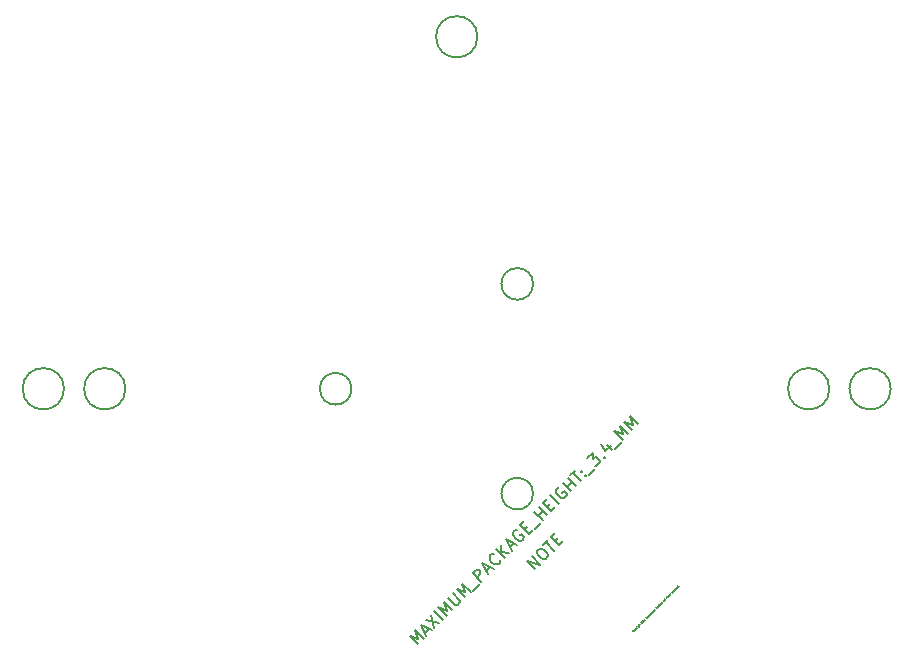
<source format=gbr>
%TF.GenerationSoftware,KiCad,Pcbnew,7.0.10*%
%TF.CreationDate,2024-01-23T14:11:02+00:00*%
%TF.ProjectId,view_base,76696577-5f62-4617-9365-2e6b69636164,rev?*%
%TF.SameCoordinates,Original*%
%TF.FileFunction,Other,Comment*%
%FSLAX46Y46*%
G04 Gerber Fmt 4.6, Leading zero omitted, Abs format (unit mm)*
G04 Created by KiCad (PCBNEW 7.0.10) date 2024-01-23 14:11:02*
%MOMM*%
%LPD*%
G01*
G04 APERTURE LIST*
%ADD10C,0.150000*%
%ADD11C,0.002000*%
G04 APERTURE END LIST*
D10*
X96725795Y-121639744D02*
X96018689Y-120932637D01*
X96018689Y-120932637D02*
X96759467Y-121202011D01*
X96759467Y-121202011D02*
X96490093Y-120461232D01*
X96490093Y-120461232D02*
X97197200Y-121168339D01*
X97298215Y-120663263D02*
X97634933Y-120326546D01*
X97432902Y-120932637D02*
X96961498Y-119989828D01*
X96961498Y-119989828D02*
X97904307Y-120461233D01*
X97365559Y-119585767D02*
X98544070Y-119821469D01*
X97836963Y-119114362D02*
X98072666Y-120292874D01*
X98813444Y-119552095D02*
X98106337Y-118844988D01*
X99150161Y-119215378D02*
X98443055Y-118508271D01*
X98443055Y-118508271D02*
X99183833Y-118777645D01*
X99183833Y-118777645D02*
X98914459Y-118036867D01*
X98914459Y-118036867D02*
X99621566Y-118743973D01*
X99251176Y-117700149D02*
X99823596Y-118272569D01*
X99823596Y-118272569D02*
X99924611Y-118306241D01*
X99924611Y-118306241D02*
X99991955Y-118306241D01*
X99991955Y-118306241D02*
X100092970Y-118272569D01*
X100092970Y-118272569D02*
X100227657Y-118137882D01*
X100227657Y-118137882D02*
X100261329Y-118036867D01*
X100261329Y-118036867D02*
X100261329Y-117969523D01*
X100261329Y-117969523D02*
X100227657Y-117868508D01*
X100227657Y-117868508D02*
X99655237Y-117296088D01*
X100699062Y-117666478D02*
X99991955Y-116959371D01*
X99991955Y-116959371D02*
X100732733Y-117228745D01*
X100732733Y-117228745D02*
X100463359Y-116487966D01*
X100463359Y-116487966D02*
X101170466Y-117195073D01*
X101406168Y-117094058D02*
X101944916Y-116555310D01*
X102045932Y-116319607D02*
X101338825Y-115612501D01*
X101338825Y-115612501D02*
X101608199Y-115343127D01*
X101608199Y-115343127D02*
X101709214Y-115309455D01*
X101709214Y-115309455D02*
X101776558Y-115309455D01*
X101776558Y-115309455D02*
X101877573Y-115343127D01*
X101877573Y-115343127D02*
X101978588Y-115444142D01*
X101978588Y-115444142D02*
X102012260Y-115545157D01*
X102012260Y-115545157D02*
X102012260Y-115612501D01*
X102012260Y-115612501D02*
X101978588Y-115713516D01*
X101978588Y-115713516D02*
X101709214Y-115982890D01*
X102517336Y-115444142D02*
X102854054Y-115107424D01*
X102652023Y-115713516D02*
X102180619Y-114770707D01*
X102180619Y-114770707D02*
X103123428Y-115242111D01*
X103695848Y-114535004D02*
X103695848Y-114602348D01*
X103695848Y-114602348D02*
X103628504Y-114737035D01*
X103628504Y-114737035D02*
X103561161Y-114804378D01*
X103561161Y-114804378D02*
X103426474Y-114871722D01*
X103426474Y-114871722D02*
X103291787Y-114871722D01*
X103291787Y-114871722D02*
X103190772Y-114838050D01*
X103190772Y-114838050D02*
X103022413Y-114737035D01*
X103022413Y-114737035D02*
X102921397Y-114636020D01*
X102921397Y-114636020D02*
X102820382Y-114467661D01*
X102820382Y-114467661D02*
X102786710Y-114366646D01*
X102786710Y-114366646D02*
X102786710Y-114231959D01*
X102786710Y-114231959D02*
X102854054Y-114097272D01*
X102854054Y-114097272D02*
X102921397Y-114029928D01*
X102921397Y-114029928D02*
X103056084Y-113962585D01*
X103056084Y-113962585D02*
X103123428Y-113962585D01*
X104066237Y-114299302D02*
X103359130Y-113592195D01*
X104470298Y-113895241D02*
X103763191Y-113794226D01*
X103763191Y-113188134D02*
X103763191Y-113996256D01*
X104537642Y-113423837D02*
X104874359Y-113087119D01*
X104672329Y-113693211D02*
X104200924Y-112750402D01*
X104200924Y-112750402D02*
X105143733Y-113221806D01*
X105076390Y-111942280D02*
X104975374Y-111975951D01*
X104975374Y-111975951D02*
X104874359Y-112076967D01*
X104874359Y-112076967D02*
X104807016Y-112211654D01*
X104807016Y-112211654D02*
X104807016Y-112346341D01*
X104807016Y-112346341D02*
X104840687Y-112447356D01*
X104840687Y-112447356D02*
X104941703Y-112615715D01*
X104941703Y-112615715D02*
X105042718Y-112716730D01*
X105042718Y-112716730D02*
X105211077Y-112817745D01*
X105211077Y-112817745D02*
X105312092Y-112851417D01*
X105312092Y-112851417D02*
X105446779Y-112851417D01*
X105446779Y-112851417D02*
X105581466Y-112784073D01*
X105581466Y-112784073D02*
X105648809Y-112716730D01*
X105648809Y-112716730D02*
X105716153Y-112582043D01*
X105716153Y-112582043D02*
X105716153Y-112514699D01*
X105716153Y-112514699D02*
X105480451Y-112278997D01*
X105480451Y-112278997D02*
X105345764Y-112413684D01*
X105716153Y-111908608D02*
X105951855Y-111672906D01*
X106423260Y-111942280D02*
X106086542Y-112278997D01*
X106086542Y-112278997D02*
X105379435Y-111571890D01*
X105379435Y-111571890D02*
X105716153Y-111235173D01*
X106625290Y-111874936D02*
X107164038Y-111336188D01*
X107265054Y-111100485D02*
X106557947Y-110393379D01*
X106894665Y-110730096D02*
X107298726Y-110326035D01*
X107669115Y-110696424D02*
X106962008Y-109989318D01*
X107635443Y-109989318D02*
X107871145Y-109753615D01*
X108342550Y-110022989D02*
X108005832Y-110359707D01*
X108005832Y-110359707D02*
X107298725Y-109652600D01*
X107298725Y-109652600D02*
X107635443Y-109315883D01*
X108645596Y-109719944D02*
X107938489Y-109012837D01*
X108679267Y-108339402D02*
X108578252Y-108373074D01*
X108578252Y-108373074D02*
X108477237Y-108474089D01*
X108477237Y-108474089D02*
X108409893Y-108608776D01*
X108409893Y-108608776D02*
X108409893Y-108743463D01*
X108409893Y-108743463D02*
X108443565Y-108844478D01*
X108443565Y-108844478D02*
X108544580Y-109012837D01*
X108544580Y-109012837D02*
X108645595Y-109113852D01*
X108645595Y-109113852D02*
X108813954Y-109214868D01*
X108813954Y-109214868D02*
X108914969Y-109248539D01*
X108914969Y-109248539D02*
X109049656Y-109248539D01*
X109049656Y-109248539D02*
X109184343Y-109181196D01*
X109184343Y-109181196D02*
X109251687Y-109113852D01*
X109251687Y-109113852D02*
X109319030Y-108979165D01*
X109319030Y-108979165D02*
X109319030Y-108911822D01*
X109319030Y-108911822D02*
X109083328Y-108676120D01*
X109083328Y-108676120D02*
X108948641Y-108810807D01*
X109689420Y-108676120D02*
X108982313Y-107969013D01*
X109319030Y-108305730D02*
X109723091Y-107901669D01*
X110093481Y-108272059D02*
X109386374Y-107564952D01*
X109622076Y-107329250D02*
X110026137Y-106925189D01*
X110531213Y-107834326D02*
X109824107Y-107127219D01*
X110901603Y-107329249D02*
X110968946Y-107329249D01*
X110968946Y-107329249D02*
X110968946Y-107396593D01*
X110968946Y-107396593D02*
X110901603Y-107396593D01*
X110901603Y-107396593D02*
X110901603Y-107329249D01*
X110901603Y-107329249D02*
X110968946Y-107396593D01*
X110531213Y-106958860D02*
X110598557Y-106958860D01*
X110598557Y-106958860D02*
X110598557Y-107026204D01*
X110598557Y-107026204D02*
X110531213Y-107026204D01*
X110531213Y-107026204D02*
X110531213Y-106958860D01*
X110531213Y-106958860D02*
X110598557Y-107026204D01*
X111204648Y-107295578D02*
X111743396Y-106756830D01*
X111069961Y-105881364D02*
X111507694Y-105443632D01*
X111507694Y-105443632D02*
X111541366Y-105948708D01*
X111541366Y-105948708D02*
X111642381Y-105847693D01*
X111642381Y-105847693D02*
X111743396Y-105814021D01*
X111743396Y-105814021D02*
X111810740Y-105814021D01*
X111810740Y-105814021D02*
X111911755Y-105847693D01*
X111911755Y-105847693D02*
X112080114Y-106016051D01*
X112080114Y-106016051D02*
X112113786Y-106117067D01*
X112113786Y-106117067D02*
X112113786Y-106184410D01*
X112113786Y-106184410D02*
X112080114Y-106285425D01*
X112080114Y-106285425D02*
X111878083Y-106487456D01*
X111878083Y-106487456D02*
X111777068Y-106521128D01*
X111777068Y-106521128D02*
X111709725Y-106521128D01*
X112450503Y-105780349D02*
X112517847Y-105780349D01*
X112517847Y-105780349D02*
X112517847Y-105847693D01*
X112517847Y-105847693D02*
X112450503Y-105847693D01*
X112450503Y-105847693D02*
X112450503Y-105780349D01*
X112450503Y-105780349D02*
X112517847Y-105847693D01*
X112686205Y-104736525D02*
X113157610Y-105207930D01*
X112248472Y-104635510D02*
X112585190Y-105308945D01*
X112585190Y-105308945D02*
X113022923Y-104871212D01*
X113426984Y-105073243D02*
X113965732Y-104534495D01*
X114066747Y-104298792D02*
X113359640Y-103591685D01*
X113359640Y-103591685D02*
X114100419Y-103861059D01*
X114100419Y-103861059D02*
X113831045Y-103120281D01*
X113831045Y-103120281D02*
X114538152Y-103827388D01*
X114874869Y-103490670D02*
X114167762Y-102783563D01*
X114167762Y-102783563D02*
X114908541Y-103052937D01*
X114908541Y-103052937D02*
X114639167Y-102312159D01*
X114639167Y-102312159D02*
X115346274Y-103019266D01*
X106670410Y-115287231D02*
X105963303Y-114580125D01*
X105963303Y-114580125D02*
X107074471Y-114883170D01*
X107074471Y-114883170D02*
X106367364Y-114176063D01*
X106838769Y-113704659D02*
X106973456Y-113569972D01*
X106973456Y-113569972D02*
X107074471Y-113536300D01*
X107074471Y-113536300D02*
X107209158Y-113536300D01*
X107209158Y-113536300D02*
X107377517Y-113637316D01*
X107377517Y-113637316D02*
X107613219Y-113873018D01*
X107613219Y-113873018D02*
X107714234Y-114041377D01*
X107714234Y-114041377D02*
X107714234Y-114176064D01*
X107714234Y-114176064D02*
X107680562Y-114277079D01*
X107680562Y-114277079D02*
X107545875Y-114411766D01*
X107545875Y-114411766D02*
X107444860Y-114445438D01*
X107444860Y-114445438D02*
X107310173Y-114445438D01*
X107310173Y-114445438D02*
X107141814Y-114344422D01*
X107141814Y-114344422D02*
X106906112Y-114108720D01*
X106906112Y-114108720D02*
X106805097Y-113940361D01*
X106805097Y-113940361D02*
X106805097Y-113805674D01*
X106805097Y-113805674D02*
X106838769Y-113704659D01*
X107343845Y-113199583D02*
X107747906Y-112795522D01*
X108252982Y-113704659D02*
X107545875Y-112997552D01*
X108320326Y-112896537D02*
X108556028Y-112660835D01*
X109027433Y-112930209D02*
X108690715Y-113266926D01*
X108690715Y-113266926D02*
X107983608Y-112559819D01*
X107983608Y-112559819D02*
X108320326Y-112223102D01*
D11*
X114978031Y-120487805D02*
X114978031Y-120496357D01*
X114978031Y-120496357D02*
X114969478Y-120513462D01*
X114969478Y-120513462D02*
X114960926Y-120522015D01*
X114960926Y-120522015D02*
X114943820Y-120530568D01*
X114943820Y-120530568D02*
X114926715Y-120530568D01*
X114926715Y-120530568D02*
X114913886Y-120526291D01*
X114913886Y-120526291D02*
X114892505Y-120513462D01*
X114892505Y-120513462D02*
X114879676Y-120500633D01*
X114879676Y-120500633D02*
X114866847Y-120479252D01*
X114866847Y-120479252D02*
X114862570Y-120466423D01*
X114862570Y-120466423D02*
X114862570Y-120449318D01*
X114862570Y-120449318D02*
X114871123Y-120432212D01*
X114871123Y-120432212D02*
X114879676Y-120423660D01*
X114879676Y-120423660D02*
X114896781Y-120415107D01*
X114896781Y-120415107D02*
X114905334Y-120415107D01*
X115037899Y-120445041D02*
X115025070Y-120449318D01*
X115025070Y-120449318D02*
X115016518Y-120449318D01*
X115016518Y-120449318D02*
X115003689Y-120445041D01*
X115003689Y-120445041D02*
X114978031Y-120419384D01*
X114978031Y-120419384D02*
X114973755Y-120406555D01*
X114973755Y-120406555D02*
X114973755Y-120398002D01*
X114973755Y-120398002D02*
X114978031Y-120385173D01*
X114978031Y-120385173D02*
X114990860Y-120372344D01*
X114990860Y-120372344D02*
X115003689Y-120368068D01*
X115003689Y-120368068D02*
X115012241Y-120368068D01*
X115012241Y-120368068D02*
X115025070Y-120372344D01*
X115025070Y-120372344D02*
X115050728Y-120398002D01*
X115050728Y-120398002D02*
X115055005Y-120410831D01*
X115055005Y-120410831D02*
X115055005Y-120419384D01*
X115055005Y-120419384D02*
X115050728Y-120432212D01*
X115050728Y-120432212D02*
X115037899Y-120445041D01*
X115046452Y-120316752D02*
X115136255Y-120406554D01*
X115050728Y-120321028D02*
X115055005Y-120308199D01*
X115055005Y-120308199D02*
X115072110Y-120291094D01*
X115072110Y-120291094D02*
X115084939Y-120286818D01*
X115084939Y-120286818D02*
X115093492Y-120286818D01*
X115093492Y-120286818D02*
X115106320Y-120291094D01*
X115106320Y-120291094D02*
X115131978Y-120316752D01*
X115131978Y-120316752D02*
X115136255Y-120329581D01*
X115136255Y-120329581D02*
X115136255Y-120338133D01*
X115136255Y-120338133D02*
X115131978Y-120350962D01*
X115131978Y-120350962D02*
X115114873Y-120368068D01*
X115114873Y-120368068D02*
X115102044Y-120372344D01*
X115119150Y-120244054D02*
X115200400Y-120282541D01*
X115161913Y-120201291D02*
X115200400Y-120282541D01*
X115200400Y-120282541D02*
X115213228Y-120312475D01*
X115213228Y-120312475D02*
X115213228Y-120321028D01*
X115213228Y-120321028D02*
X115208952Y-120333857D01*
X115255992Y-120226949D02*
X115196123Y-120167081D01*
X115213229Y-120184186D02*
X115208952Y-120171357D01*
X115208952Y-120171357D02*
X115208952Y-120162804D01*
X115208952Y-120162804D02*
X115213229Y-120149975D01*
X115213229Y-120149975D02*
X115221781Y-120141423D01*
X115311584Y-120171357D02*
X115251715Y-120111489D01*
X115221781Y-120081554D02*
X115221781Y-120090107D01*
X115221781Y-120090107D02*
X115230334Y-120090107D01*
X115230334Y-120090107D02*
X115230334Y-120081554D01*
X115230334Y-120081554D02*
X115221781Y-120081554D01*
X115221781Y-120081554D02*
X115230334Y-120090107D01*
X115332965Y-120030239D02*
X115405662Y-120102936D01*
X115405662Y-120102936D02*
X115409939Y-120115765D01*
X115409939Y-120115765D02*
X115409939Y-120124318D01*
X115409939Y-120124318D02*
X115405662Y-120137147D01*
X115405662Y-120137147D02*
X115392833Y-120149976D01*
X115392833Y-120149976D02*
X115380005Y-120154252D01*
X115388557Y-120085831D02*
X115384281Y-120098660D01*
X115384281Y-120098660D02*
X115367176Y-120115765D01*
X115367176Y-120115765D02*
X115354347Y-120120041D01*
X115354347Y-120120041D02*
X115345794Y-120120041D01*
X115345794Y-120120041D02*
X115332965Y-120115765D01*
X115332965Y-120115765D02*
X115307307Y-120090107D01*
X115307307Y-120090107D02*
X115303031Y-120077278D01*
X115303031Y-120077278D02*
X115303031Y-120068726D01*
X115303031Y-120068726D02*
X115307307Y-120055897D01*
X115307307Y-120055897D02*
X115324412Y-120038791D01*
X115324412Y-120038791D02*
X115337241Y-120034515D01*
X115435597Y-120047344D02*
X115345794Y-119957541D01*
X115474084Y-120008857D02*
X115427044Y-119961818D01*
X115427044Y-119961818D02*
X115414215Y-119957541D01*
X115414215Y-119957541D02*
X115401386Y-119961818D01*
X115401386Y-119961818D02*
X115388557Y-119974647D01*
X115388557Y-119974647D02*
X115384281Y-119987476D01*
X115384281Y-119987476D02*
X115384281Y-119996028D01*
X115444150Y-119919054D02*
X115478360Y-119884844D01*
X115427044Y-119876291D02*
X115504018Y-119953265D01*
X115504018Y-119953265D02*
X115516847Y-119957541D01*
X115516847Y-119957541D02*
X115529676Y-119953265D01*
X115529676Y-119953265D02*
X115538228Y-119944712D01*
X115551057Y-119769384D02*
X115551057Y-119760831D01*
X115551057Y-119760831D02*
X115555333Y-119748002D01*
X115555333Y-119748002D02*
X115576715Y-119726621D01*
X115576715Y-119726621D02*
X115589544Y-119722344D01*
X115589544Y-119722344D02*
X115598097Y-119722344D01*
X115598097Y-119722344D02*
X115610925Y-119726621D01*
X115610925Y-119726621D02*
X115619478Y-119735173D01*
X115619478Y-119735173D02*
X115628031Y-119752278D01*
X115628031Y-119752278D02*
X115628031Y-119854910D01*
X115628031Y-119854910D02*
X115683623Y-119799318D01*
X115649412Y-119653924D02*
X115657965Y-119645371D01*
X115657965Y-119645371D02*
X115670794Y-119641095D01*
X115670794Y-119641095D02*
X115679346Y-119641095D01*
X115679346Y-119641095D02*
X115692175Y-119645371D01*
X115692175Y-119645371D02*
X115713557Y-119658200D01*
X115713557Y-119658200D02*
X115734938Y-119679581D01*
X115734938Y-119679581D02*
X115747767Y-119700963D01*
X115747767Y-119700963D02*
X115752044Y-119713792D01*
X115752044Y-119713792D02*
X115752044Y-119722345D01*
X115752044Y-119722345D02*
X115747767Y-119735173D01*
X115747767Y-119735173D02*
X115739215Y-119743726D01*
X115739215Y-119743726D02*
X115726386Y-119748002D01*
X115726386Y-119748002D02*
X115717833Y-119748002D01*
X115717833Y-119748002D02*
X115705004Y-119743726D01*
X115705004Y-119743726D02*
X115683623Y-119730897D01*
X115683623Y-119730897D02*
X115662241Y-119709516D01*
X115662241Y-119709516D02*
X115649412Y-119688134D01*
X115649412Y-119688134D02*
X115645136Y-119675305D01*
X115645136Y-119675305D02*
X115645136Y-119666752D01*
X115645136Y-119666752D02*
X115649412Y-119653924D01*
X115722109Y-119598332D02*
X115722109Y-119589779D01*
X115722109Y-119589779D02*
X115726385Y-119576950D01*
X115726385Y-119576950D02*
X115747767Y-119555569D01*
X115747767Y-119555569D02*
X115760596Y-119551292D01*
X115760596Y-119551292D02*
X115769149Y-119551292D01*
X115769149Y-119551292D02*
X115781977Y-119555569D01*
X115781977Y-119555569D02*
X115790530Y-119564121D01*
X115790530Y-119564121D02*
X115799083Y-119581226D01*
X115799083Y-119581226D02*
X115799083Y-119683858D01*
X115799083Y-119683858D02*
X115854675Y-119628266D01*
X115940201Y-119542740D02*
X115888885Y-119594056D01*
X115914543Y-119568398D02*
X115824740Y-119478595D01*
X115824740Y-119478595D02*
X115829017Y-119499977D01*
X115829017Y-119499977D02*
X115829017Y-119517082D01*
X115829017Y-119517082D02*
X115824740Y-119529911D01*
X116017174Y-119414451D02*
X116059937Y-119371688D01*
X116034279Y-119448661D02*
X115974411Y-119328925D01*
X115974411Y-119328925D02*
X116094148Y-119388793D01*
X116158292Y-119316096D02*
X116154016Y-119328925D01*
X116154016Y-119328925D02*
X116136911Y-119346030D01*
X116136911Y-119346030D02*
X116124082Y-119350306D01*
X116124082Y-119350306D02*
X116115529Y-119350306D01*
X116115529Y-119350306D02*
X116102700Y-119346030D01*
X116102700Y-119346030D02*
X116077042Y-119320372D01*
X116077042Y-119320372D02*
X116072766Y-119307543D01*
X116072766Y-119307543D02*
X116072766Y-119298990D01*
X116072766Y-119298990D02*
X116077042Y-119286161D01*
X116077042Y-119286161D02*
X116094148Y-119269056D01*
X116094148Y-119269056D02*
X116106977Y-119264780D01*
X116235266Y-119239122D02*
X116230990Y-119251951D01*
X116230990Y-119251951D02*
X116213884Y-119269056D01*
X116213884Y-119269056D02*
X116201055Y-119273333D01*
X116201055Y-119273333D02*
X116192503Y-119273333D01*
X116192503Y-119273333D02*
X116179674Y-119269056D01*
X116179674Y-119269056D02*
X116154016Y-119243398D01*
X116154016Y-119243398D02*
X116149740Y-119230570D01*
X116149740Y-119230570D02*
X116149740Y-119222017D01*
X116149740Y-119222017D02*
X116154016Y-119209188D01*
X116154016Y-119209188D02*
X116171121Y-119192083D01*
X116171121Y-119192083D02*
X116183950Y-119187806D01*
X116307963Y-119166425D02*
X116303687Y-119179254D01*
X116303687Y-119179254D02*
X116286582Y-119196359D01*
X116286582Y-119196359D02*
X116273753Y-119200635D01*
X116273753Y-119200635D02*
X116260924Y-119196359D01*
X116260924Y-119196359D02*
X116226713Y-119162149D01*
X116226713Y-119162149D02*
X116222437Y-119149320D01*
X116222437Y-119149320D02*
X116226713Y-119136491D01*
X116226713Y-119136491D02*
X116243818Y-119119386D01*
X116243818Y-119119386D02*
X116256647Y-119115109D01*
X116256647Y-119115109D02*
X116269476Y-119119386D01*
X116269476Y-119119386D02*
X116278029Y-119127938D01*
X116278029Y-119127938D02*
X116243818Y-119179254D01*
X116367831Y-119115109D02*
X116355002Y-119119386D01*
X116355002Y-119119386D02*
X116342174Y-119115109D01*
X116342174Y-119115109D02*
X116265200Y-119038136D01*
X116431976Y-119042412D02*
X116427700Y-119055241D01*
X116427700Y-119055241D02*
X116410595Y-119072346D01*
X116410595Y-119072346D02*
X116397766Y-119076622D01*
X116397766Y-119076622D02*
X116384937Y-119072346D01*
X116384937Y-119072346D02*
X116350726Y-119038136D01*
X116350726Y-119038136D02*
X116346450Y-119025307D01*
X116346450Y-119025307D02*
X116350726Y-119012478D01*
X116350726Y-119012478D02*
X116367832Y-118995372D01*
X116367832Y-118995372D02*
X116380660Y-118991096D01*
X116380660Y-118991096D02*
X116393489Y-118995372D01*
X116393489Y-118995372D02*
X116402042Y-119003925D01*
X116402042Y-119003925D02*
X116367832Y-119055241D01*
X116479016Y-119003925D02*
X116419147Y-118944057D01*
X116436252Y-118961162D02*
X116431976Y-118948333D01*
X116431976Y-118948333D02*
X116431976Y-118939780D01*
X116431976Y-118939780D02*
X116436252Y-118926952D01*
X116436252Y-118926952D02*
X116444805Y-118918399D01*
X116573094Y-118909846D02*
X116526055Y-118862807D01*
X116526055Y-118862807D02*
X116513226Y-118858531D01*
X116513226Y-118858531D02*
X116500397Y-118862807D01*
X116500397Y-118862807D02*
X116483292Y-118879912D01*
X116483292Y-118879912D02*
X116479016Y-118892741D01*
X116568818Y-118905570D02*
X116564542Y-118918399D01*
X116564542Y-118918399D02*
X116543160Y-118939780D01*
X116543160Y-118939780D02*
X116530331Y-118944057D01*
X116530331Y-118944057D02*
X116517502Y-118939780D01*
X116517502Y-118939780D02*
X116508950Y-118931228D01*
X116508950Y-118931228D02*
X116504673Y-118918399D01*
X116504673Y-118918399D02*
X116508950Y-118905570D01*
X116508950Y-118905570D02*
X116530331Y-118884188D01*
X116530331Y-118884188D02*
X116534608Y-118871359D01*
X116543160Y-118820044D02*
X116577371Y-118785833D01*
X116526055Y-118777280D02*
X116603029Y-118854254D01*
X116603029Y-118854254D02*
X116615858Y-118858530D01*
X116615858Y-118858530D02*
X116628687Y-118854254D01*
X116628687Y-118854254D02*
X116637239Y-118845701D01*
X116697107Y-118777281D02*
X116692831Y-118790110D01*
X116692831Y-118790110D02*
X116675726Y-118807215D01*
X116675726Y-118807215D02*
X116662897Y-118811491D01*
X116662897Y-118811491D02*
X116650068Y-118807215D01*
X116650068Y-118807215D02*
X116615857Y-118773004D01*
X116615857Y-118773004D02*
X116611581Y-118760175D01*
X116611581Y-118760175D02*
X116615857Y-118747347D01*
X116615857Y-118747347D02*
X116632963Y-118730241D01*
X116632963Y-118730241D02*
X116645792Y-118725965D01*
X116645792Y-118725965D02*
X116658620Y-118730241D01*
X116658620Y-118730241D02*
X116667173Y-118738794D01*
X116667173Y-118738794D02*
X116632963Y-118790110D01*
X116782633Y-118700307D02*
X116692831Y-118610505D01*
X116778357Y-118696031D02*
X116774081Y-118708860D01*
X116774081Y-118708860D02*
X116756976Y-118725965D01*
X116756976Y-118725965D02*
X116744147Y-118730241D01*
X116744147Y-118730241D02*
X116735594Y-118730241D01*
X116735594Y-118730241D02*
X116722765Y-118725965D01*
X116722765Y-118725965D02*
X116697107Y-118700307D01*
X116697107Y-118700307D02*
X116692831Y-118687478D01*
X116692831Y-118687478D02*
X116692831Y-118678926D01*
X116692831Y-118678926D02*
X116697107Y-118666097D01*
X116697107Y-118666097D02*
X116714212Y-118648991D01*
X116714212Y-118648991D02*
X116727041Y-118644715D01*
X116893818Y-118589123D02*
X116804015Y-118499320D01*
X116804015Y-118499320D02*
X116825397Y-118477939D01*
X116825397Y-118477939D02*
X116842502Y-118469386D01*
X116842502Y-118469386D02*
X116859607Y-118469386D01*
X116859607Y-118469386D02*
X116872436Y-118473662D01*
X116872436Y-118473662D02*
X116893818Y-118486491D01*
X116893818Y-118486491D02*
X116906647Y-118499320D01*
X116906647Y-118499320D02*
X116919476Y-118520702D01*
X116919476Y-118520702D02*
X116923752Y-118533531D01*
X116923752Y-118533531D02*
X116923752Y-118550636D01*
X116923752Y-118550636D02*
X116915199Y-118567741D01*
X116915199Y-118567741D02*
X116893818Y-118589123D01*
X117013555Y-118460833D02*
X117009278Y-118473662D01*
X117009278Y-118473662D02*
X116992173Y-118490768D01*
X116992173Y-118490768D02*
X116979344Y-118495044D01*
X116979344Y-118495044D02*
X116966515Y-118490768D01*
X116966515Y-118490768D02*
X116932305Y-118456557D01*
X116932305Y-118456557D02*
X116928028Y-118443728D01*
X116928028Y-118443728D02*
X116932305Y-118430899D01*
X116932305Y-118430899D02*
X116949410Y-118413794D01*
X116949410Y-118413794D02*
X116962239Y-118409518D01*
X116962239Y-118409518D02*
X116975068Y-118413794D01*
X116975068Y-118413794D02*
X116983620Y-118422347D01*
X116983620Y-118422347D02*
X116949410Y-118473662D01*
X117052041Y-118422347D02*
X117064870Y-118418070D01*
X117064870Y-118418070D02*
X117081975Y-118400965D01*
X117081975Y-118400965D02*
X117086252Y-118388136D01*
X117086252Y-118388136D02*
X117081975Y-118375307D01*
X117081975Y-118375307D02*
X117077699Y-118371031D01*
X117077699Y-118371031D02*
X117064870Y-118366755D01*
X117064870Y-118366755D02*
X117052041Y-118371031D01*
X117052041Y-118371031D02*
X117039212Y-118383860D01*
X117039212Y-118383860D02*
X117026383Y-118388136D01*
X117026383Y-118388136D02*
X117013554Y-118383860D01*
X117013554Y-118383860D02*
X117009278Y-118379584D01*
X117009278Y-118379584D02*
X117005002Y-118366755D01*
X117005002Y-118366755D02*
X117009278Y-118353926D01*
X117009278Y-118353926D02*
X117022107Y-118341097D01*
X117022107Y-118341097D02*
X117034936Y-118336821D01*
X117133292Y-118349649D02*
X117073423Y-118289781D01*
X117043489Y-118259847D02*
X117043489Y-118268399D01*
X117043489Y-118268399D02*
X117052042Y-118268399D01*
X117052042Y-118268399D02*
X117052042Y-118259847D01*
X117052042Y-118259847D02*
X117043489Y-118259847D01*
X117043489Y-118259847D02*
X117052042Y-118268399D01*
X117154673Y-118208531D02*
X117227370Y-118281228D01*
X117227370Y-118281228D02*
X117231647Y-118294057D01*
X117231647Y-118294057D02*
X117231647Y-118302610D01*
X117231647Y-118302610D02*
X117227370Y-118315439D01*
X117227370Y-118315439D02*
X117214541Y-118328268D01*
X117214541Y-118328268D02*
X117201712Y-118332544D01*
X117210265Y-118264123D02*
X117205989Y-118276952D01*
X117205989Y-118276952D02*
X117188883Y-118294057D01*
X117188883Y-118294057D02*
X117176055Y-118298334D01*
X117176055Y-118298334D02*
X117167502Y-118298334D01*
X117167502Y-118298334D02*
X117154673Y-118294057D01*
X117154673Y-118294057D02*
X117129015Y-118268399D01*
X117129015Y-118268399D02*
X117124739Y-118255570D01*
X117124739Y-118255570D02*
X117124739Y-118247018D01*
X117124739Y-118247018D02*
X117129015Y-118234189D01*
X117129015Y-118234189D02*
X117146120Y-118217084D01*
X117146120Y-118217084D02*
X117158949Y-118212807D01*
X117197436Y-118165768D02*
X117257305Y-118225636D01*
X117205989Y-118174320D02*
X117205989Y-118165768D01*
X117205989Y-118165768D02*
X117210265Y-118152939D01*
X117210265Y-118152939D02*
X117223094Y-118140110D01*
X117223094Y-118140110D02*
X117235923Y-118135833D01*
X117235923Y-118135833D02*
X117248752Y-118140110D01*
X117248752Y-118140110D02*
X117295791Y-118187149D01*
X117330002Y-118144386D02*
X117342831Y-118140110D01*
X117342831Y-118140110D02*
X117359936Y-118123004D01*
X117359936Y-118123004D02*
X117364213Y-118110175D01*
X117364213Y-118110175D02*
X117359936Y-118097346D01*
X117359936Y-118097346D02*
X117355660Y-118093070D01*
X117355660Y-118093070D02*
X117342831Y-118088794D01*
X117342831Y-118088794D02*
X117330002Y-118093070D01*
X117330002Y-118093070D02*
X117317173Y-118105899D01*
X117317173Y-118105899D02*
X117304344Y-118110175D01*
X117304344Y-118110175D02*
X117291515Y-118105899D01*
X117291515Y-118105899D02*
X117287239Y-118101623D01*
X117287239Y-118101623D02*
X117282963Y-118088794D01*
X117282963Y-118088794D02*
X117287239Y-118075965D01*
X117287239Y-118075965D02*
X117300068Y-118063136D01*
X117300068Y-118063136D02*
X117312897Y-118058860D01*
X117402700Y-118063136D02*
X117411252Y-118063136D01*
X117411252Y-118063136D02*
X117411252Y-118071688D01*
X117411252Y-118071688D02*
X117402700Y-118071688D01*
X117402700Y-118071688D02*
X117402700Y-118063136D01*
X117402700Y-118063136D02*
X117411252Y-118071688D01*
X117492502Y-117939123D02*
X117535265Y-117896360D01*
X117509608Y-117973333D02*
X117449739Y-117853596D01*
X117449739Y-117853596D02*
X117569476Y-117913465D01*
X117612239Y-117870702D02*
X117599410Y-117874978D01*
X117599410Y-117874978D02*
X117586581Y-117870702D01*
X117586581Y-117870702D02*
X117509607Y-117793728D01*
X117659278Y-117823662D02*
X117646450Y-117827939D01*
X117646450Y-117827939D02*
X117633621Y-117823662D01*
X117633621Y-117823662D02*
X117556647Y-117746689D01*
X117761910Y-117721030D02*
X117702042Y-117661162D01*
X117719147Y-117678267D02*
X117714871Y-117665438D01*
X117714871Y-117665438D02*
X117714871Y-117656886D01*
X117714871Y-117656886D02*
X117719147Y-117644057D01*
X117719147Y-117644057D02*
X117727700Y-117635504D01*
X117817502Y-117665438D02*
X117757634Y-117605570D01*
X117727700Y-117575636D02*
X117727700Y-117584189D01*
X117727700Y-117584189D02*
X117736252Y-117584189D01*
X117736252Y-117584189D02*
X117736252Y-117575636D01*
X117736252Y-117575636D02*
X117727700Y-117575636D01*
X117727700Y-117575636D02*
X117736252Y-117584189D01*
X117838884Y-117524320D02*
X117911581Y-117597018D01*
X117911581Y-117597018D02*
X117915857Y-117609847D01*
X117915857Y-117609847D02*
X117915857Y-117618399D01*
X117915857Y-117618399D02*
X117911581Y-117631228D01*
X117911581Y-117631228D02*
X117898752Y-117644057D01*
X117898752Y-117644057D02*
X117885923Y-117648333D01*
X117894476Y-117579912D02*
X117890199Y-117592741D01*
X117890199Y-117592741D02*
X117873094Y-117609847D01*
X117873094Y-117609847D02*
X117860265Y-117614123D01*
X117860265Y-117614123D02*
X117851713Y-117614123D01*
X117851713Y-117614123D02*
X117838884Y-117609847D01*
X117838884Y-117609847D02*
X117813226Y-117584189D01*
X117813226Y-117584189D02*
X117808949Y-117571360D01*
X117808949Y-117571360D02*
X117808949Y-117562807D01*
X117808949Y-117562807D02*
X117813226Y-117549978D01*
X117813226Y-117549978D02*
X117830331Y-117532873D01*
X117830331Y-117532873D02*
X117843160Y-117528597D01*
X117941515Y-117541425D02*
X117851713Y-117451623D01*
X117980002Y-117502939D02*
X117932963Y-117455899D01*
X117932963Y-117455899D02*
X117920134Y-117451623D01*
X117920134Y-117451623D02*
X117907305Y-117455899D01*
X117907305Y-117455899D02*
X117894476Y-117468728D01*
X117894476Y-117468728D02*
X117890200Y-117481557D01*
X117890200Y-117481557D02*
X117890200Y-117490110D01*
X117950068Y-117413136D02*
X117984279Y-117378925D01*
X117932963Y-117370373D02*
X118009936Y-117447346D01*
X118009936Y-117447346D02*
X118022765Y-117451623D01*
X118022765Y-117451623D02*
X118035594Y-117447346D01*
X118035594Y-117447346D02*
X118044147Y-117438794D01*
X118065528Y-117408860D02*
X118078357Y-117404584D01*
X118078357Y-117404584D02*
X118095462Y-117387478D01*
X118095462Y-117387478D02*
X118099739Y-117374649D01*
X118099739Y-117374649D02*
X118095462Y-117361820D01*
X118095462Y-117361820D02*
X118091186Y-117357544D01*
X118091186Y-117357544D02*
X118078357Y-117353268D01*
X118078357Y-117353268D02*
X118065528Y-117357544D01*
X118065528Y-117357544D02*
X118052699Y-117370373D01*
X118052699Y-117370373D02*
X118039870Y-117374649D01*
X118039870Y-117374649D02*
X118027041Y-117370373D01*
X118027041Y-117370373D02*
X118022765Y-117366097D01*
X118022765Y-117366097D02*
X118018489Y-117353268D01*
X118018489Y-117353268D02*
X118022765Y-117340439D01*
X118022765Y-117340439D02*
X118035594Y-117327610D01*
X118035594Y-117327610D02*
X118048423Y-117323334D01*
X118215200Y-117267741D02*
X118155331Y-117207873D01*
X118172436Y-117224978D02*
X118168160Y-117212149D01*
X118168160Y-117212149D02*
X118168160Y-117203596D01*
X118168160Y-117203596D02*
X118172436Y-117190767D01*
X118172436Y-117190767D02*
X118180989Y-117182215D01*
X118300726Y-117173662D02*
X118296449Y-117186491D01*
X118296449Y-117186491D02*
X118279344Y-117203596D01*
X118279344Y-117203596D02*
X118266515Y-117207873D01*
X118266515Y-117207873D02*
X118253686Y-117203596D01*
X118253686Y-117203596D02*
X118219476Y-117169386D01*
X118219476Y-117169386D02*
X118215200Y-117156557D01*
X118215200Y-117156557D02*
X118219476Y-117143728D01*
X118219476Y-117143728D02*
X118236581Y-117126623D01*
X118236581Y-117126623D02*
X118249410Y-117122347D01*
X118249410Y-117122347D02*
X118262239Y-117126623D01*
X118262239Y-117126623D02*
X118270792Y-117135175D01*
X118270792Y-117135175D02*
X118236581Y-117186491D01*
X118339212Y-117135176D02*
X118352041Y-117130899D01*
X118352041Y-117130899D02*
X118369147Y-117113794D01*
X118369147Y-117113794D02*
X118373423Y-117100965D01*
X118373423Y-117100965D02*
X118369147Y-117088136D01*
X118369147Y-117088136D02*
X118364870Y-117083860D01*
X118364870Y-117083860D02*
X118352041Y-117079583D01*
X118352041Y-117079583D02*
X118339212Y-117083860D01*
X118339212Y-117083860D02*
X118326384Y-117096689D01*
X118326384Y-117096689D02*
X118313555Y-117100965D01*
X118313555Y-117100965D02*
X118300726Y-117096689D01*
X118300726Y-117096689D02*
X118296449Y-117092412D01*
X118296449Y-117092412D02*
X118292173Y-117079583D01*
X118292173Y-117079583D02*
X118296449Y-117066755D01*
X118296449Y-117066755D02*
X118309278Y-117053926D01*
X118309278Y-117053926D02*
X118322107Y-117049649D01*
X118450397Y-117023991D02*
X118446121Y-117036820D01*
X118446121Y-117036820D02*
X118429015Y-117053925D01*
X118429015Y-117053925D02*
X118416186Y-117058202D01*
X118416186Y-117058202D02*
X118403358Y-117053925D01*
X118403358Y-117053925D02*
X118369147Y-117019715D01*
X118369147Y-117019715D02*
X118364871Y-117006886D01*
X118364871Y-117006886D02*
X118369147Y-116994057D01*
X118369147Y-116994057D02*
X118386252Y-116976952D01*
X118386252Y-116976952D02*
X118399081Y-116972675D01*
X118399081Y-116972675D02*
X118411910Y-116976952D01*
X118411910Y-116976952D02*
X118420463Y-116985504D01*
X118420463Y-116985504D02*
X118386252Y-117036820D01*
X118497436Y-116985504D02*
X118437568Y-116925636D01*
X118454673Y-116942741D02*
X118450397Y-116929912D01*
X118450397Y-116929912D02*
X118450397Y-116921360D01*
X118450397Y-116921360D02*
X118454673Y-116908531D01*
X118454673Y-116908531D02*
X118463226Y-116899978D01*
X118484607Y-116878597D02*
X118565857Y-116917083D01*
X118565857Y-116917083D02*
X118527370Y-116835833D01*
X118651384Y-116823004D02*
X118647107Y-116835833D01*
X118647107Y-116835833D02*
X118630002Y-116852939D01*
X118630002Y-116852939D02*
X118617173Y-116857215D01*
X118617173Y-116857215D02*
X118604344Y-116852939D01*
X118604344Y-116852939D02*
X118570134Y-116818728D01*
X118570134Y-116818728D02*
X118565857Y-116805899D01*
X118565857Y-116805899D02*
X118570134Y-116793070D01*
X118570134Y-116793070D02*
X118587239Y-116775965D01*
X118587239Y-116775965D02*
X118600068Y-116771689D01*
X118600068Y-116771689D02*
X118612897Y-116775965D01*
X118612897Y-116775965D02*
X118621449Y-116784518D01*
X118621449Y-116784518D02*
X118587239Y-116835833D01*
X118736910Y-116746031D02*
X118647107Y-116656228D01*
X118732633Y-116741755D02*
X118728357Y-116754584D01*
X118728357Y-116754584D02*
X118711252Y-116771689D01*
X118711252Y-116771689D02*
X118698423Y-116775965D01*
X118698423Y-116775965D02*
X118689870Y-116775965D01*
X118689870Y-116775965D02*
X118677041Y-116771689D01*
X118677041Y-116771689D02*
X118651383Y-116746031D01*
X118651383Y-116746031D02*
X118647107Y-116733202D01*
X118647107Y-116733202D02*
X118647107Y-116724649D01*
X118647107Y-116724649D02*
X118651383Y-116711820D01*
X118651383Y-116711820D02*
X118668489Y-116694715D01*
X118668489Y-116694715D02*
X118681318Y-116690439D01*
X118771120Y-116694715D02*
X118779673Y-116694715D01*
X118779673Y-116694715D02*
X118779673Y-116703268D01*
X118779673Y-116703268D02*
X118771120Y-116703268D01*
X118771120Y-116703268D02*
X118771120Y-116694715D01*
X118771120Y-116694715D02*
X118779673Y-116703268D01*
D10*
%TO.C,H4*%
X106465427Y-91122500D02*
G75*
G03*
X103785427Y-91122500I-1340000J0D01*
G01*
X103785427Y-91122500D02*
G75*
G03*
X106465427Y-91122500I1340000J0D01*
G01*
%TO.C,H1*%
X106465427Y-108877499D02*
G75*
G03*
X103785427Y-108877499I-1340000J0D01*
G01*
X103785427Y-108877499D02*
G75*
G03*
X106465427Y-108877499I1340000J0D01*
G01*
%TO.C,H2*%
X91089146Y-100000000D02*
G75*
G03*
X88409146Y-100000000I-1340000J0D01*
G01*
X88409146Y-100000000D02*
G75*
G03*
X91089146Y-100000000I1340000J0D01*
G01*
%TO.C,H3*%
X71950000Y-100000000D02*
G75*
G03*
X68450000Y-100000000I-1750000J0D01*
G01*
X68450000Y-100000000D02*
G75*
G03*
X71950000Y-100000000I1750000J0D01*
G01*
%TO.C,H5*%
X101750000Y-70200000D02*
G75*
G03*
X98250000Y-70200000I-1750000J0D01*
G01*
X98250000Y-70200000D02*
G75*
G03*
X101750000Y-70200000I1750000J0D01*
G01*
%TO.C,H6*%
X131550000Y-100000000D02*
G75*
G03*
X128050000Y-100000000I-1750000J0D01*
G01*
X128050000Y-100000000D02*
G75*
G03*
X131550000Y-100000000I1750000J0D01*
G01*
%TO.C,H7*%
X136750000Y-100000000D02*
G75*
G03*
X133250000Y-100000000I-1750000J0D01*
G01*
X133250000Y-100000000D02*
G75*
G03*
X136750000Y-100000000I1750000J0D01*
G01*
%TO.C,H8*%
X66750000Y-100000000D02*
G75*
G03*
X63250000Y-100000000I-1750000J0D01*
G01*
X63250000Y-100000000D02*
G75*
G03*
X66750000Y-100000000I1750000J0D01*
G01*
%TD*%
M02*

</source>
